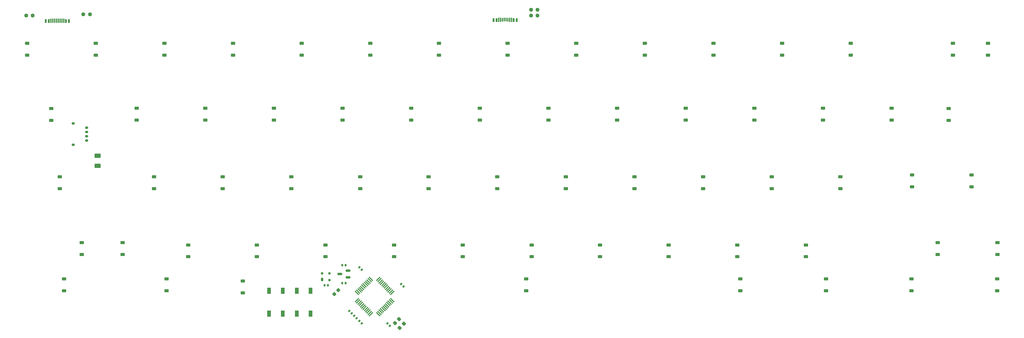
<source format=gbp>
G04 #@! TF.GenerationSoftware,KiCad,Pcbnew,8.0.4*
G04 #@! TF.CreationDate,2024-08-26T00:00:45+02:00*
G04 #@! TF.ProjectId,keyboard,6b657962-6f61-4726-942e-6b696361645f,rev?*
G04 #@! TF.SameCoordinates,Original*
G04 #@! TF.FileFunction,Paste,Bot*
G04 #@! TF.FilePolarity,Positive*
%FSLAX46Y46*%
G04 Gerber Fmt 4.6, Leading zero omitted, Abs format (unit mm)*
G04 Created by KiCad (PCBNEW 8.0.4) date 2024-08-26 00:00:45*
%MOMM*%
%LPD*%
G01*
G04 APERTURE LIST*
G04 Aperture macros list*
%AMRoundRect*
0 Rectangle with rounded corners*
0 $1 Rounding radius*
0 $2 $3 $4 $5 $6 $7 $8 $9 X,Y pos of 4 corners*
0 Add a 4 corners polygon primitive as box body*
4,1,4,$2,$3,$4,$5,$6,$7,$8,$9,$2,$3,0*
0 Add four circle primitives for the rounded corners*
1,1,$1+$1,$2,$3*
1,1,$1+$1,$4,$5*
1,1,$1+$1,$6,$7*
1,1,$1+$1,$8,$9*
0 Add four rect primitives between the rounded corners*
20,1,$1+$1,$2,$3,$4,$5,0*
20,1,$1+$1,$4,$5,$6,$7,0*
20,1,$1+$1,$6,$7,$8,$9,0*
20,1,$1+$1,$8,$9,$2,$3,0*%
G04 Aperture macros list end*
%ADD10RoundRect,0.237500X-0.344715X0.008839X0.008839X-0.344715X0.344715X-0.008839X-0.008839X0.344715X0*%
%ADD11RoundRect,0.225000X-0.375000X0.225000X-0.375000X-0.225000X0.375000X-0.225000X0.375000X0.225000X0*%
%ADD12RoundRect,0.225000X0.375000X-0.225000X0.375000X0.225000X-0.375000X0.225000X-0.375000X-0.225000X0*%
%ADD13RoundRect,0.140000X0.219203X0.021213X0.021213X0.219203X-0.219203X-0.021213X-0.021213X-0.219203X0*%
%ADD14RoundRect,0.140000X-0.219203X-0.021213X-0.021213X-0.219203X0.219203X0.021213X0.021213X0.219203X0*%
%ADD15RoundRect,0.237500X-0.250000X-0.237500X0.250000X-0.237500X0.250000X0.237500X-0.250000X0.237500X0*%
%ADD16RoundRect,0.140000X-0.140000X-0.170000X0.140000X-0.170000X0.140000X0.170000X-0.140000X0.170000X0*%
%ADD17RoundRect,0.237500X0.250000X0.237500X-0.250000X0.237500X-0.250000X-0.237500X0.250000X-0.237500X0*%
%ADD18RoundRect,0.250000X-0.625000X0.375000X-0.625000X-0.375000X0.625000X-0.375000X0.625000X0.375000X0*%
%ADD19RoundRect,0.140000X0.140000X0.170000X-0.140000X0.170000X-0.140000X-0.170000X0.140000X-0.170000X0*%
%ADD20RoundRect,0.075000X-0.415425X-0.521491X0.521491X0.415425X0.415425X0.521491X-0.521491X-0.415425X0*%
%ADD21RoundRect,0.075000X0.415425X-0.521491X0.521491X-0.415425X-0.415425X0.521491X-0.521491X0.415425X0*%
%ADD22RoundRect,0.150000X0.275000X-0.150000X0.275000X0.150000X-0.275000X0.150000X-0.275000X-0.150000X0*%
%ADD23RoundRect,0.175000X0.225000X-0.175000X0.225000X0.175000X-0.225000X0.175000X-0.225000X-0.175000X0*%
%ADD24R,1.000000X1.700000*%
%ADD25RoundRect,0.225000X-0.017678X0.335876X-0.335876X0.017678X0.017678X-0.335876X0.335876X-0.017678X0*%
%ADD26R,0.600000X1.100000*%
%ADD27R,0.300000X1.240000*%
%ADD28R,0.300000X1.020000*%
%ADD29R,0.300000X1.120000*%
%ADD30RoundRect,0.150000X0.512500X0.150000X-0.512500X0.150000X-0.512500X-0.150000X0.512500X-0.150000X0*%
%ADD31RoundRect,0.175000X-0.175000X-0.325000X0.175000X-0.325000X0.175000X0.325000X-0.175000X0.325000X0*%
%ADD32RoundRect,0.150000X-0.200000X-0.150000X0.200000X-0.150000X0.200000X0.150000X-0.200000X0.150000X0*%
G04 APERTURE END LIST*
D10*
X103900000Y-80300000D03*
X105190470Y-81590470D03*
X102754765Y-81454765D03*
X104045235Y-82745235D03*
D11*
X246150000Y-69099999D03*
X246150000Y-72399999D03*
D12*
X126350000Y-25000000D03*
X126350000Y-21700000D03*
X207300000Y-44100000D03*
X207300000Y-40800000D03*
X115000000Y-7025000D03*
X115000000Y-3725000D03*
X240600000Y-25000000D03*
X240600000Y-21700000D03*
D13*
X93553372Y-66611236D03*
X92874550Y-65932414D03*
D12*
X60500000Y-73000000D03*
X60500000Y-69700000D03*
X95950000Y-7025000D03*
X95950000Y-3725000D03*
D14*
X91450000Y-79400000D03*
X92128822Y-80078822D03*
D12*
X226400000Y-44100000D03*
X226400000Y-40800000D03*
X159700000Y-63000000D03*
X159700000Y-59700000D03*
D14*
X100652725Y-81488764D03*
X101331547Y-82167586D03*
D12*
X102500000Y-63000000D03*
X102500000Y-59700000D03*
X191200000Y-7025000D03*
X191200000Y-3725000D03*
X267400000Y-7025000D03*
X267400000Y-3725000D03*
X57850000Y-7025000D03*
X57850000Y-3725000D03*
D15*
X140512500Y5625000D03*
X142337500Y5625000D03*
D16*
X88089999Y-65300000D03*
X89049999Y-65300000D03*
D12*
X50150000Y-25000000D03*
X50150000Y-21700000D03*
D17*
X142337500Y4050000D03*
X140512500Y4050000D03*
D18*
X20250000Y-34950000D03*
X20250000Y-37750000D03*
D12*
X121600000Y-63000000D03*
X121600000Y-59700000D03*
X172150000Y-7025000D03*
X172150000Y-3725000D03*
D11*
X198600000Y-69099999D03*
X198600000Y-72399999D03*
D12*
X38800000Y-7025000D03*
X38800000Y-3725000D03*
X169200000Y-44100000D03*
X169200000Y-40800000D03*
X253400000Y-62400000D03*
X253400000Y-59100000D03*
X150200000Y-44100000D03*
X150200000Y-40800000D03*
X246300000Y-43600000D03*
X246300000Y-40300000D03*
D13*
X90724945Y-78689411D03*
X90046123Y-78010589D03*
D19*
X89050000Y-70300000D03*
X88090000Y-70300000D03*
D12*
X31100000Y-25000000D03*
X31100000Y-21700000D03*
X153100000Y-7025000D03*
X153100000Y-3725000D03*
X188300000Y-44100000D03*
X188300000Y-40800000D03*
D20*
X96104260Y-78937876D03*
X95750706Y-78584322D03*
X95397153Y-78230769D03*
X95043599Y-77877215D03*
X94690046Y-77523662D03*
X94336493Y-77170109D03*
X93982939Y-76816555D03*
X93629386Y-76463002D03*
X93275833Y-76109449D03*
X92922279Y-75755895D03*
X92568726Y-75402342D03*
X92215172Y-75048788D03*
D21*
X92215172Y-73051212D03*
X92568726Y-72697658D03*
X92922279Y-72344105D03*
X93275833Y-71990551D03*
X93629386Y-71636998D03*
X93982939Y-71283445D03*
X94336493Y-70929891D03*
X94690046Y-70576338D03*
X95043599Y-70222785D03*
X95397153Y-69869231D03*
X95750706Y-69515678D03*
X96104260Y-69162124D03*
D20*
X98101836Y-69162124D03*
X98455390Y-69515678D03*
X98808943Y-69869231D03*
X99162497Y-70222785D03*
X99516050Y-70576338D03*
X99869603Y-70929891D03*
X100223157Y-71283445D03*
X100576710Y-71636998D03*
X100930263Y-71990551D03*
X101283817Y-72344105D03*
X101637370Y-72697658D03*
X101990924Y-73051212D03*
D21*
X101990924Y-75048788D03*
X101637370Y-75402342D03*
X101283817Y-75755895D03*
X100930263Y-76109449D03*
X100576710Y-76463002D03*
X100223157Y-76816555D03*
X99869603Y-77170109D03*
X99516050Y-77523662D03*
X99162497Y-77877215D03*
X98808943Y-78230769D03*
X98455390Y-78584322D03*
X98101836Y-78937876D03*
D12*
X140700000Y-63000000D03*
X140700000Y-59700000D03*
D17*
X18087500Y4375000D03*
X16262500Y4375000D03*
D12*
X54950000Y-44100000D03*
X54950000Y-40800000D03*
D11*
X139170000Y-69100000D03*
X139170000Y-72400000D03*
D14*
X104500000Y-70550000D03*
X105178822Y-71228822D03*
D17*
X2212500Y3975000D03*
X387500Y3975000D03*
D12*
X19750000Y-7025000D03*
X19750000Y-3725000D03*
D22*
X17200000Y-30725000D03*
X17200000Y-29525000D03*
X17200000Y-28325000D03*
X17200000Y-27125000D03*
D23*
X13425000Y-31875000D03*
X13425000Y-25975000D03*
D12*
X93100000Y-44100000D03*
X93100000Y-40800000D03*
D11*
X269900000Y-69099999D03*
X269900000Y-72399999D03*
X39370000Y-69099999D03*
X39370000Y-72399999D03*
D12*
X9700000Y-44100000D03*
X9700000Y-40800000D03*
X45400000Y-63000000D03*
X45400000Y-59700000D03*
X262800000Y-43600000D03*
X262800000Y-40300000D03*
X74000000Y-44100000D03*
X74000000Y-40800000D03*
D24*
X67800000Y-72450000D03*
X67800000Y-78750000D03*
X71600000Y-72450000D03*
X71600000Y-78750000D03*
D12*
X221600000Y-25000000D03*
X221600000Y-21700000D03*
D13*
X93550000Y-81500000D03*
X92871178Y-80821178D03*
D11*
X222400000Y-69099999D03*
X222400000Y-72399999D03*
D12*
X69200000Y-25000000D03*
X69200000Y-21700000D03*
X183500000Y-25000000D03*
X183500000Y-21700000D03*
X35900000Y-44100000D03*
X35900000Y-40800000D03*
D25*
X87046016Y-72303984D03*
X85950000Y-73400000D03*
D12*
X83500000Y-63000000D03*
X83500000Y-59700000D03*
D19*
X84180000Y-70950000D03*
X83220000Y-70950000D03*
D12*
X216850000Y-63000000D03*
X216850000Y-59700000D03*
X197800000Y-63000000D03*
X197800000Y-59700000D03*
X107300000Y-25000000D03*
X107300000Y-21700000D03*
D26*
X130150000Y2725000D03*
X130950000Y2725000D03*
D27*
X132100000Y2800000D03*
D28*
X133100000Y2910000D03*
X133600000Y2910000D03*
D27*
X134600000Y2800000D03*
D26*
X135750000Y2725000D03*
X136550000Y2725000D03*
X136550000Y2725000D03*
X135750000Y2725000D03*
D27*
X135100000Y2800000D03*
D29*
X134100000Y2860000D03*
X132600000Y2860000D03*
D27*
X131600000Y2800000D03*
D26*
X130950000Y2725000D03*
X130150000Y2725000D03*
D30*
X89707499Y-66825000D03*
X89707499Y-68725000D03*
X87432499Y-67775000D03*
D12*
X27200000Y-62400000D03*
X27200000Y-59100000D03*
D24*
X79300000Y-78750000D03*
X79300000Y-72450000D03*
X75500000Y-78750000D03*
X75500000Y-72450000D03*
D12*
X15800000Y-62400000D03*
X15800000Y-59100000D03*
D26*
X5850000Y2525000D03*
X6650000Y2525000D03*
D27*
X7800000Y2600000D03*
X8800000Y2600000D03*
X9300000Y2600000D03*
X10300000Y2600000D03*
D26*
X11450000Y2525000D03*
X12250000Y2525000D03*
X12250000Y2525000D03*
X11450000Y2525000D03*
D27*
X10800000Y2600000D03*
X9800000Y2600000D03*
X8300000Y2600000D03*
X7300000Y2600000D03*
D26*
X6650000Y2525000D03*
X5850000Y2525000D03*
D12*
X7350000Y-25075000D03*
X7350000Y-21775000D03*
X700000Y-7025000D03*
X700000Y-3725000D03*
X270000000Y-62400000D03*
X270000000Y-59100000D03*
D11*
X10920000Y-69099999D03*
X10920000Y-72399999D03*
D12*
X64450000Y-63000000D03*
X64450000Y-59700000D03*
X202550000Y-25000000D03*
X202550000Y-21700000D03*
X164450000Y-25000000D03*
X164450000Y-21700000D03*
X178750000Y-63000000D03*
X178750000Y-59700000D03*
X256450000Y-25100000D03*
X256450000Y-21800000D03*
X88250000Y-25000000D03*
X88250000Y-21700000D03*
X229300000Y-7025000D03*
X229300000Y-3725000D03*
X145400000Y-25000000D03*
X145400000Y-21700000D03*
X76900000Y-7025000D03*
X76900000Y-3725000D03*
D31*
X82550000Y-69300000D03*
D32*
X82550000Y-67600000D03*
X84550000Y-67600000D03*
X84550000Y-69500000D03*
D12*
X134050000Y-7025000D03*
X134050000Y-3725000D03*
X131100000Y-44100000D03*
X131100000Y-40800000D03*
X210250000Y-7025000D03*
X210250000Y-3725000D03*
X257600000Y-7025000D03*
X257600000Y-3725000D03*
X112100000Y-44100000D03*
X112100000Y-40800000D03*
M02*

</source>
